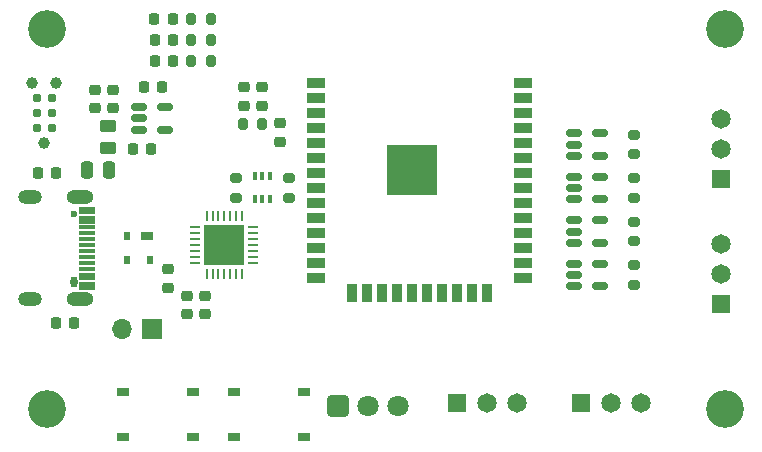
<source format=gbr>
%TF.GenerationSoftware,KiCad,Pcbnew,7.0.8*%
%TF.CreationDate,2023-11-17T17:44:40-05:00*%
%TF.ProjectId,wled-esp32-control-board,776c6564-2d65-4737-9033-322d636f6e74,C*%
%TF.SameCoordinates,Original*%
%TF.FileFunction,Soldermask,Top*%
%TF.FilePolarity,Negative*%
%FSLAX46Y46*%
G04 Gerber Fmt 4.6, Leading zero omitted, Abs format (unit mm)*
G04 Created by KiCad (PCBNEW 7.0.8) date 2023-11-17 17:44:40*
%MOMM*%
%LPD*%
G01*
G04 APERTURE LIST*
G04 Aperture macros list*
%AMRoundRect*
0 Rectangle with rounded corners*
0 $1 Rounding radius*
0 $2 $3 $4 $5 $6 $7 $8 $9 X,Y pos of 4 corners*
0 Add a 4 corners polygon primitive as box body*
4,1,4,$2,$3,$4,$5,$6,$7,$8,$9,$2,$3,0*
0 Add four circle primitives for the rounded corners*
1,1,$1+$1,$2,$3*
1,1,$1+$1,$4,$5*
1,1,$1+$1,$6,$7*
1,1,$1+$1,$8,$9*
0 Add four rect primitives between the rounded corners*
20,1,$1+$1,$2,$3,$4,$5,0*
20,1,$1+$1,$4,$5,$6,$7,0*
20,1,$1+$1,$6,$7,$8,$9,0*
20,1,$1+$1,$8,$9,$2,$3,0*%
G04 Aperture macros list end*
%ADD10C,0.600000*%
%ADD11O,0.600000X0.950000*%
%ADD12R,1.400000X0.300000*%
%ADD13O,2.300000X1.200000*%
%ADD14O,2.000000X1.200000*%
%ADD15RoundRect,0.200000X-0.200000X-0.275000X0.200000X-0.275000X0.200000X0.275000X-0.200000X0.275000X0*%
%ADD16RoundRect,0.225000X-0.250000X0.225000X-0.250000X-0.225000X0.250000X-0.225000X0.250000X0.225000X0*%
%ADD17R,1.000000X0.700000*%
%ADD18R,0.600000X0.700000*%
%ADD19RoundRect,0.218750X-0.218750X-0.256250X0.218750X-0.256250X0.218750X0.256250X-0.218750X0.256250X0*%
%ADD20R,1.700000X1.700000*%
%ADD21O,1.700000X1.700000*%
%ADD22RoundRect,0.225000X0.250000X-0.225000X0.250000X0.225000X-0.250000X0.225000X-0.250000X-0.225000X0*%
%ADD23C,0.991000*%
%ADD24C,0.787000*%
%ADD25RoundRect,0.200000X0.200000X0.275000X-0.200000X0.275000X-0.200000X-0.275000X0.200000X-0.275000X0*%
%ADD26R,1.650000X1.650000*%
%ADD27C,1.650000*%
%ADD28RoundRect,0.250200X-0.649800X-0.649800X0.649800X-0.649800X0.649800X0.649800X-0.649800X0.649800X0*%
%ADD29C,1.800000*%
%ADD30C,3.200000*%
%ADD31RoundRect,0.200000X-0.275000X0.200000X-0.275000X-0.200000X0.275000X-0.200000X0.275000X0.200000X0*%
%ADD32RoundRect,0.200000X0.275000X-0.200000X0.275000X0.200000X-0.275000X0.200000X-0.275000X-0.200000X0*%
%ADD33RoundRect,0.150000X-0.512500X-0.150000X0.512500X-0.150000X0.512500X0.150000X-0.512500X0.150000X0*%
%ADD34R,0.400000X0.650000*%
%ADD35RoundRect,0.250000X0.250000X0.475000X-0.250000X0.475000X-0.250000X-0.475000X0.250000X-0.475000X0*%
%ADD36R,1.000000X0.750000*%
%ADD37RoundRect,0.218750X0.218750X0.256250X-0.218750X0.256250X-0.218750X-0.256250X0.218750X-0.256250X0*%
%ADD38RoundRect,0.250000X0.450000X-0.262500X0.450000X0.262500X-0.450000X0.262500X-0.450000X-0.262500X0*%
%ADD39RoundRect,0.225000X0.225000X0.250000X-0.225000X0.250000X-0.225000X-0.250000X0.225000X-0.250000X0*%
%ADD40RoundRect,0.062500X-0.337500X-0.062500X0.337500X-0.062500X0.337500X0.062500X-0.337500X0.062500X0*%
%ADD41RoundRect,0.062500X-0.062500X-0.337500X0.062500X-0.337500X0.062500X0.337500X-0.062500X0.337500X0*%
%ADD42R,3.350000X3.350000*%
%ADD43RoundRect,0.225000X-0.225000X-0.250000X0.225000X-0.250000X0.225000X0.250000X-0.225000X0.250000X0*%
%ADD44R,1.500000X0.900000*%
%ADD45R,0.900000X1.500000*%
%ADD46C,0.475000*%
%ADD47R,4.200000X4.200000*%
G04 APERTURE END LIST*
D10*
%TO.C,J201*%
X103856000Y-87783000D03*
D11*
X103856000Y-93563000D03*
D12*
X105006000Y-87323000D03*
X105006000Y-88123000D03*
X105006000Y-89423000D03*
X105006000Y-90423000D03*
X105006000Y-90923000D03*
X105006000Y-91923000D03*
X105006000Y-93223000D03*
X105006000Y-94023000D03*
X105006000Y-93723000D03*
X105006000Y-92923000D03*
X105006000Y-92423000D03*
X105006000Y-91423000D03*
X105006000Y-89923000D03*
X105006000Y-88923000D03*
X105006000Y-88423000D03*
X105006000Y-87623000D03*
D13*
X104431000Y-86348000D03*
D14*
X100156000Y-86348000D03*
D13*
X104431000Y-94998000D03*
D14*
X100156000Y-94998000D03*
%TD*%
D15*
%TO.C,R101*%
X118174000Y-80137000D03*
X119824000Y-80137000D03*
%TD*%
D16*
%TO.C,C403*%
X114935000Y-94729000D03*
X114935000Y-96279000D03*
%TD*%
D17*
%TO.C,D201*%
X110097000Y-89678000D03*
D18*
X108397000Y-89678000D03*
X108397000Y-91678000D03*
X110297000Y-91678000D03*
%TD*%
D16*
%TO.C,C301*%
X105664000Y-77304600D03*
X105664000Y-78854600D03*
%TD*%
D19*
%TO.C,LED102*%
X110715000Y-73025000D03*
X112290000Y-73025000D03*
%TD*%
D20*
%TO.C,SW101*%
X110495000Y-97536000D03*
D21*
X107955000Y-97536000D03*
%TD*%
D22*
%TO.C,C102*%
X119761000Y-78626000D03*
X119761000Y-77076000D03*
%TD*%
D16*
%TO.C,C402*%
X113411000Y-94729000D03*
X113411000Y-96279000D03*
%TD*%
D23*
%TO.C,J105*%
X101346000Y-81788000D03*
X100331000Y-76708000D03*
X102361000Y-76708000D03*
D24*
X101981000Y-80518000D03*
X100711000Y-80518000D03*
X101981000Y-79248000D03*
X100711000Y-79248000D03*
X101981000Y-77978000D03*
X100711000Y-77978000D03*
%TD*%
D19*
%TO.C,LED101*%
X110715000Y-74803000D03*
X112290000Y-74803000D03*
%TD*%
D25*
%TO.C,R107*%
X115452000Y-71247000D03*
X113802000Y-71247000D03*
%TD*%
D26*
%TO.C,J104*%
X136271000Y-103759000D03*
D27*
X138811000Y-103759000D03*
X141351000Y-103759000D03*
%TD*%
D28*
%TO.C,U106*%
X126238000Y-104013000D03*
D29*
X128778000Y-104013000D03*
X131318000Y-104013000D03*
%TD*%
D26*
%TO.C,J102*%
X158623000Y-95377000D03*
D27*
X158623000Y-92837000D03*
X158623000Y-90297000D03*
%TD*%
D30*
%TO.C,H104*%
X101600000Y-104267000D03*
%TD*%
D25*
%TO.C,R105*%
X115443000Y-73025000D03*
X113793000Y-73025000D03*
%TD*%
D26*
%TO.C,J101*%
X158623000Y-84836000D03*
D27*
X158623000Y-82296000D03*
X158623000Y-79756000D03*
%TD*%
D31*
%TO.C,R108*%
X151257000Y-92139000D03*
X151257000Y-93789000D03*
%TD*%
D32*
%TO.C,R103*%
X151257000Y-86423000D03*
X151257000Y-84773000D03*
%TD*%
D22*
%TO.C,C101*%
X118237000Y-78626000D03*
X118237000Y-77076000D03*
%TD*%
D32*
%TO.C,R106*%
X151257000Y-90106000D03*
X151257000Y-88456000D03*
%TD*%
D22*
%TO.C,C202*%
X107188000Y-78854600D03*
X107188000Y-77304600D03*
%TD*%
D33*
%TO.C,U101*%
X146182500Y-80965000D03*
X146182500Y-81915000D03*
X146182500Y-82865000D03*
X148457500Y-82865000D03*
X148457500Y-80965000D03*
%TD*%
%TO.C,U102*%
X146182500Y-84648000D03*
X146182500Y-85598000D03*
X146182500Y-86548000D03*
X148457500Y-86548000D03*
X148457500Y-84648000D03*
%TD*%
D16*
%TO.C,C401*%
X111861600Y-92468400D03*
X111861600Y-94018400D03*
%TD*%
D30*
%TO.C,H103*%
X159000000Y-104267000D03*
%TD*%
D34*
%TO.C,Q401*%
X119187200Y-86485204D03*
X119837200Y-86485204D03*
X120487200Y-86485204D03*
X120487200Y-84585204D03*
X119837200Y-84585204D03*
X119187200Y-84585204D03*
%TD*%
D30*
%TO.C,H101*%
X101600000Y-72136000D03*
%TD*%
D35*
%TO.C,C201*%
X106868000Y-84074000D03*
X104968000Y-84074000D03*
%TD*%
D36*
%TO.C,SW105*%
X117396000Y-102900000D03*
X123396000Y-102900000D03*
X117396000Y-106650000D03*
X123396000Y-106650000D03*
%TD*%
D37*
%TO.C,F201*%
X110413900Y-82245200D03*
X108838900Y-82245200D03*
%TD*%
D33*
%TO.C,U105*%
X146182500Y-92014000D03*
X146182500Y-92964000D03*
X146182500Y-93914000D03*
X148457500Y-93914000D03*
X148457500Y-92014000D03*
%TD*%
D38*
%TO.C,FB201*%
X106781600Y-82192500D03*
X106781600Y-80367500D03*
%TD*%
D39*
%TO.C,R201*%
X103899000Y-97028000D03*
X102349000Y-97028000D03*
%TD*%
D31*
%TO.C,R402*%
X117602000Y-84761004D03*
X117602000Y-86411004D03*
%TD*%
D33*
%TO.C,U301*%
X109352500Y-78745000D03*
X109352500Y-79695000D03*
X109352500Y-80645000D03*
X111627500Y-80645000D03*
X111627500Y-78745000D03*
%TD*%
D26*
%TO.C,J103*%
X146812000Y-103759000D03*
D27*
X149352000Y-103759000D03*
X151892000Y-103759000D03*
%TD*%
D40*
%TO.C,U401*%
X114161400Y-88911000D03*
X114161400Y-89411000D03*
X114161400Y-89911000D03*
X114161400Y-90411000D03*
X114161400Y-90911000D03*
X114161400Y-91411000D03*
X114161400Y-91911000D03*
D41*
X115111400Y-92861000D03*
X115611400Y-92861000D03*
X116111400Y-92861000D03*
X116611400Y-92861000D03*
X117111400Y-92861000D03*
X117611400Y-92861000D03*
X118111400Y-92861000D03*
D40*
X119061400Y-91911000D03*
X119061400Y-91411000D03*
X119061400Y-90911000D03*
X119061400Y-90411000D03*
X119061400Y-89911000D03*
X119061400Y-89411000D03*
X119061400Y-88911000D03*
D41*
X118111400Y-87961000D03*
X117611400Y-87961000D03*
X117111400Y-87961000D03*
X116611400Y-87961000D03*
X116111400Y-87961000D03*
X115611400Y-87961000D03*
X115111400Y-87961000D03*
D42*
X116611400Y-90411000D03*
%TD*%
D43*
%TO.C,R202*%
X100825000Y-84328000D03*
X102375000Y-84328000D03*
%TD*%
D16*
%TO.C,C104*%
X121285000Y-80124000D03*
X121285000Y-81674000D03*
%TD*%
D33*
%TO.C,U104*%
X146182500Y-88331000D03*
X146182500Y-89281000D03*
X146182500Y-90231000D03*
X148457500Y-90231000D03*
X148457500Y-88331000D03*
%TD*%
D19*
%TO.C,LED103*%
X110690000Y-71247000D03*
X112265000Y-71247000D03*
%TD*%
D32*
%TO.C,R102*%
X151257000Y-82740000D03*
X151257000Y-81090000D03*
%TD*%
D39*
%TO.C,C302*%
X111366600Y-77063600D03*
X109816600Y-77063600D03*
%TD*%
D36*
%TO.C,SW103*%
X107998000Y-102900000D03*
X113998000Y-102900000D03*
X107998000Y-106650000D03*
X113998000Y-106650000D03*
%TD*%
D30*
%TO.C,H102*%
X159000000Y-72136000D03*
%TD*%
D32*
%TO.C,R401*%
X122072400Y-86396204D03*
X122072400Y-84746204D03*
%TD*%
D44*
%TO.C,U103*%
X124398500Y-76733000D03*
X124398500Y-78003000D03*
X124398500Y-79273000D03*
X124398500Y-80543000D03*
X124398500Y-81813000D03*
X124398500Y-83083000D03*
X124398500Y-84353000D03*
X124398500Y-85623000D03*
X124398500Y-86893000D03*
X124398500Y-88163000D03*
X124398500Y-89433000D03*
X124398500Y-90703000D03*
X124398500Y-91973000D03*
X124398500Y-93243000D03*
D45*
X127438500Y-94493000D03*
X128708500Y-94493000D03*
X129978500Y-94493000D03*
X131248500Y-94493000D03*
X132518500Y-94493000D03*
X133788500Y-94493000D03*
X135058500Y-94493000D03*
X136328500Y-94493000D03*
X137598500Y-94493000D03*
X138868500Y-94493000D03*
D44*
X141898500Y-93243000D03*
X141898500Y-91973000D03*
X141898500Y-90703000D03*
X141898500Y-89433000D03*
X141898500Y-88163000D03*
X141898500Y-86893000D03*
X141898500Y-85623000D03*
X141898500Y-84353000D03*
X141898500Y-83083000D03*
X141898500Y-81813000D03*
X141898500Y-80543000D03*
X141898500Y-79273000D03*
X141898500Y-78003000D03*
X141898500Y-76733000D03*
D46*
X130943500Y-83310500D03*
X130943500Y-84835500D03*
X131706000Y-82548000D03*
X131706000Y-84073000D03*
X131706000Y-85598000D03*
X132468500Y-83310500D03*
D47*
X132468500Y-84073000D03*
D46*
X132468500Y-84835500D03*
X133231000Y-82548000D03*
X133231000Y-84073000D03*
X133231000Y-85598000D03*
X133993500Y-83310500D03*
X133993500Y-84835500D03*
%TD*%
D25*
%TO.C,R104*%
X115443000Y-74803000D03*
X113793000Y-74803000D03*
%TD*%
M02*

</source>
